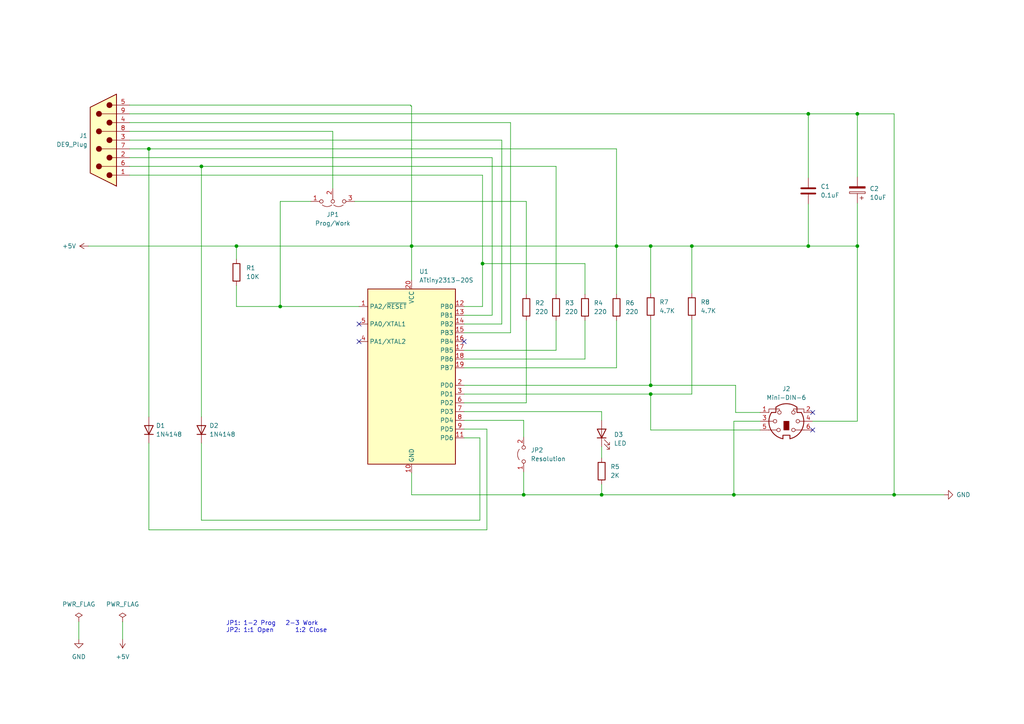
<source format=kicad_sch>
(kicad_sch (version 20230121) (generator eeschema)
  (paper "A4")
  (title_block (title "MSX Mouse PS2 Adapter") (date "2024-01-14") (company "Blue Manufatura e Comercio de Eletronicos Ltda") (comment 3 "Created by Cristiano Goncalves") (comment 4 "Based on Mouse Controller for MSX by Caro"))
  (lib_symbols
    (symbol "Connector:DE9_Plug" (pin_names (offset 1.016) hide)
      (property "Reference" "J" (at 0 13.97 0))
      (property "Value" "DE9_Plug" (at 0 -14.605 0))
      (symbol "DE9_Plug_0_1"
        (circle (center -1.778 -10.16) (radius 0.762) (fill (type outline)))
        (circle (center -1.778 -5.08) (radius 0.762) (fill (type outline)))
        (circle (center -1.778 0) (radius 0.762) (fill (type outline)))
        (circle (center -1.778 5.08) (radius 0.762) (fill (type outline)))
        (circle (center -1.778 10.16) (radius 0.762) (fill (type outline)))
        (polyline (pts (xy -3.81 -10.16) (xy -2.54 -10.16)))
        (polyline (pts (xy -3.81 -7.62) (xy 0.508 -7.62)))
        (polyline (pts (xy -3.81 -5.08) (xy -2.54 -5.08)))
        (polyline (pts (xy -3.81 -2.54) (xy 0.508 -2.54)))
        (polyline (pts (xy -3.81 0) (xy -2.54 0)))
        (polyline (pts (xy -3.81 2.54) (xy 0.508 2.54)))
        (polyline (pts (xy -3.81 5.08) (xy -2.54 5.08)))
        (polyline (pts (xy -3.81 7.62) (xy 0.508 7.62)))
        (polyline (pts (xy -3.81 10.16) (xy -2.54 10.16)))
        (polyline (pts (xy -3.81 -13.335) (xy -3.81 13.335) (xy 3.81 9.525) (xy 3.81 -9.525) (xy -3.81 -13.335)) (stroke (width 0.254)) (fill (type background)))
        (circle (center 1.27 -7.62) (radius 0.762) (fill (type outline)))
        (circle (center 1.27 -2.54) (radius 0.762) (fill (type outline)))
        (circle (center 1.27 2.54) (radius 0.762) (fill (type outline)))
        (circle (center 1.27 7.62) (radius 0.762) (fill (type outline)))
      )
      (symbol "DE9_Plug_1_1"
        (pin passive line (at -7.62 -10.16 0) (length 3.81) (name "1") (number "1"))
        (pin passive line (at -7.62 -5.08 0) (length 3.81) (name "2") (number "2"))
        (pin passive line (at -7.62 0 0) (length 3.81) (name "3") (number "3"))
        (pin passive line (at -7.62 5.08 0) (length 3.81) (name "4") (number "4"))
        (pin passive line (at -7.62 10.16 0) (length 3.81) (name "5") (number "5"))
        (pin passive line (at -7.62 -7.62 0) (length 3.81) (name "6") (number "6"))
        (pin passive line (at -7.62 -2.54 0) (length 3.81) (name "7") (number "7"))
        (pin passive line (at -7.62 2.54 0) (length 3.81) (name "8") (number "8"))
        (pin passive line (at -7.62 7.62 0) (length 3.81) (name "9") (number "9"))
      )
    )
    (symbol "Connector:Mini-DIN-6" (pin_names (offset 1.016))
      (property "Reference" "J" (at 0 6.35 0))
      (property "Value" "Mini-DIN-6" (at 0 -6.35 0))
      (symbol "Mini-DIN-6_0_1"
        (circle (center -3.302 0) (radius 0.508))
        (arc (start -3.048 -4.064) (mid 0 -5.08) (end 3.048 -4.064) (stroke (width 0.254)))
        (circle (center -2.032 -2.54) (radius 0.508))
        (circle (center -2.032 2.54) (radius 0.508))
        (arc (start -1.016 5.08) (mid -4.6228 2.1214) (end -4.318 -2.54) (stroke (width 0.254)))
        (rectangle (start -0.762 2.54) (end 0.762 0) (fill (type outline)))
        (polyline (pts (xy -3.81 0) (xy -5.08 0)))
        (polyline (pts (xy -2.54 2.54) (xy -5.08 2.54)))
        (polyline (pts (xy 2.794 2.54) (xy 5.08 2.54)))
        (polyline (pts (xy 5.08 0) (xy 3.81 0)))
        (polyline (pts (xy -4.318 -2.54) (xy -3.048 -2.54) (xy -3.048 -4.064)) (stroke (width 0.254)))
        (polyline (pts (xy 4.318 -2.54) (xy 3.048 -2.54) (xy 3.048 -4.064)) (stroke (width 0.254)))
        (polyline (pts (xy -2.032 -3.048) (xy -2.032 -3.556) (xy -5.08 -3.556) (xy -5.08 -2.54)))
        (polyline (pts (xy -1.016 5.08) (xy -1.016 4.064) (xy 1.016 4.064) (xy 1.016 5.08)) (stroke (width 0.254)))
        (polyline (pts (xy 2.032 -3.048) (xy 2.032 -3.556) (xy 5.08 -3.556) (xy 5.08 -2.54)))
        (circle (center 2.032 -2.54) (radius 0.508))
        (circle (center 2.286 2.54) (radius 0.508))
        (circle (center 3.302 0) (radius 0.508))
        (arc (start 4.318 -2.54) (mid 4.6661 2.1322) (end 1.016 5.08) (stroke (width 0.254)))
      )
      (symbol "Mini-DIN-6_1_1"
        (pin passive line (at 7.62 -2.54 180) (length 2.54) (name "~") (number "1"))
        (pin passive line (at -7.62 -2.54 0) (length 2.54) (name "~") (number "2"))
        (pin passive line (at 7.62 0 180) (length 2.54) (name "~") (number "3"))
        (pin passive line (at -7.62 0 0) (length 2.54) (name "~") (number "4"))
        (pin passive line (at 7.62 2.54 180) (length 2.54) (name "~") (number "5"))
        (pin passive line (at -7.62 2.54 0) (length 2.54) (name "~") (number "6"))
      )
    )
    (symbol "Device:C" (pin_numbers hide) (pin_names (offset 0.254))
      (property "Reference" "C" (at 0.635 2.54 0))
      (property "Value" "C" (at 0.635 -2.54 0))
      (symbol "C_0_1"
        (polyline (pts (xy -2.032 -0.762) (xy 2.032 -0.762)) (stroke (width 0.508)))
        (polyline (pts (xy -2.032 0.762) (xy 2.032 0.762)) (stroke (width 0.508)))
      )
      (symbol "C_1_1"
        (pin passive line (at 0 3.81 270) (length 2.794) (name "~") (number "1"))
        (pin passive line (at 0 -3.81 90) (length 2.794) (name "~") (number "2"))
      )
    )
    (symbol "Device:C_Polarized" (pin_numbers hide) (pin_names (offset 0.254))
      (property "Reference" "C" (at 0.635 2.54 0))
      (property "Value" "C_Polarized" (at 0.635 -2.54 0))
      (symbol "C_Polarized_0_1"
        (rectangle (start -2.286 0.508) (end 2.286 1.016))
        (polyline (pts (xy -1.778 2.286) (xy -0.762 2.286)))
        (polyline (pts (xy -1.27 2.794) (xy -1.27 1.778)))
        (rectangle (start 2.286 -0.508) (end -2.286 -1.016) (fill (type outline)))
      )
      (symbol "C_Polarized_1_1"
        (pin passive line (at 0 3.81 270) (length 2.794) (name "~") (number "1"))
        (pin passive line (at 0 -3.81 90) (length 2.794) (name "~") (number "2"))
      )
    )
    (symbol "Device:D" (pin_numbers hide) (pin_names (offset 1.016) hide)
      (property "Reference" "D" (at 0 2.54 0))
      (property "Value" "D" (at 0 -2.54 0))
      (symbol "D_0_1"
        (polyline (pts (xy -1.27 1.27) (xy -1.27 -1.27)) (stroke (width 0.254)))
        (polyline (pts (xy 1.27 0) (xy -1.27 0)))
        (polyline (pts (xy 1.27 1.27) (xy 1.27 -1.27) (xy -1.27 0) (xy 1.27 1.27)) (stroke (width 0.254)))
      )
      (symbol "D_1_1"
        (pin passive line (at -3.81 0 0) (length 2.54) (name "K") (number "1"))
        (pin passive line (at 3.81 0 180) (length 2.54) (name "A") (number "2"))
      )
    )
    (symbol "Device:LED" (pin_numbers hide) (pin_names (offset 1.016) hide)
      (property "Reference" "D" (at 0 2.54 0))
      (property "Value" "LED" (at 0 -2.54 0))
      (symbol "LED_0_1"
        (polyline (pts (xy -1.27 -1.27) (xy -1.27 1.27)) (stroke (width 0.254)))
        (polyline (pts (xy -1.27 0) (xy 1.27 0)))
        (polyline (pts (xy 1.27 -1.27) (xy 1.27 1.27) (xy -1.27 0) (xy 1.27 -1.27)) (stroke (width 0.254)))
        (polyline (pts (xy -3.048 -0.762) (xy -4.572 -2.286) (xy -3.81 -2.286) (xy -4.572 -2.286) (xy -4.572 -1.524)))
        (polyline (pts (xy -1.778 -0.762) (xy -3.302 -2.286) (xy -2.54 -2.286) (xy -3.302 -2.286) (xy -3.302 -1.524)))
      )
      (symbol "LED_1_1"
        (pin passive line (at -3.81 0 0) (length 2.54) (name "K") (number "1"))
        (pin passive line (at 3.81 0 180) (length 2.54) (name "A") (number "2"))
      )
    )
    (symbol "Device:R" (pin_numbers hide) (pin_names (offset 0))
      (property "Reference" "R" (at 2.032 0 90))
      (property "Value" "R" (at 0 0 90))
      (symbol "R_0_1"
        (rectangle (start -1.016 -2.54) (end 1.016 2.54) (stroke (width 0.254)))
      )
      (symbol "R_1_1"
        (pin passive line (at 0 3.81 270) (length 1.27) (name "~") (number "1"))
        (pin passive line (at 0 -3.81 90) (length 1.27) (name "~") (number "2"))
      )
    )
    (symbol "Jumper:Jumper_2_Open" (pin_names (offset 0) hide)
      (property "Reference" "JP" (at 0 2.794 0))
      (property "Value" "Jumper_2_Open" (at 0 -2.286 0))
      (symbol "Jumper_2_Open_0_0"
        (circle (center -2.032 0) (radius 0.508))
        (circle (center 2.032 0) (radius 0.508))
      )
      (symbol "Jumper_2_Open_0_1"
        (arc (start 1.524 1.27) (mid 0 1.778) (end -1.524 1.27))
      )
      (symbol "Jumper_2_Open_1_1"
        (pin passive line (at -5.08 0 0) (length 2.54) (name "A") (number "1"))
        (pin passive line (at 5.08 0 180) (length 2.54) (name "B") (number "2"))
      )
    )
    (symbol "Jumper:Jumper_3_Open" (pin_names (offset 0) hide)
      (property "Reference" "JP" (at -2.54 -2.54 0))
      (property "Value" "Jumper_3_Open" (at 0 2.794 0))
      (symbol "Jumper_3_Open_0_0"
        (circle (center -3.302 0) (radius 0.508))
        (circle (center 0 0) (radius 0.508))
        (circle (center 3.302 0) (radius 0.508))
      )
      (symbol "Jumper_3_Open_0_1"
        (arc (start -0.254 1.016) (mid -1.651 1.4992) (end -3.048 1.016))
        (polyline (pts (xy 0 -0.508) (xy 0 -1.27)))
        (arc (start 3.048 1.016) (mid 1.651 1.4992) (end 0.254 1.016))
      )
      (symbol "Jumper_3_Open_1_1"
        (pin passive line (at -6.35 0 0) (length 2.54) (name "A") (number "1"))
        (pin passive line (at 0 -3.81 90) (length 2.54) (name "C") (number "2"))
        (pin passive line (at 6.35 0 180) (length 2.54) (name "B") (number "3"))
      )
    )
    (symbol "MCU_Microchip_ATtiny:ATtiny2313-20S"
      (property "Reference" "U" (at -12.7 26.67 0))
      (property "Value" "ATtiny2313-20S" (at 2.54 -26.67 0))
      (symbol "ATtiny2313-20S_0_1"
        (rectangle (start -12.7 -25.4) (end 12.7 25.4) (stroke (width 0.254)) (fill (type background)))
      )
      (symbol "ATtiny2313-20S_1_1"
        (pin bidirectional line (at -15.24 20.32 0) (length 2.54) (name "PA2/~{RESET}") (number "1"))
        (pin power_in line (at 0 -27.94 90) (length 2.54) (name "GND") (number "10"))
        (pin bidirectional line (at 15.24 -17.78 180) (length 2.54) (name "PD6") (number "11"))
        (pin bidirectional line (at 15.24 20.32 180) (length 2.54) (name "PB0") (number "12"))
        (pin bidirectional line (at 15.24 17.78 180) (length 2.54) (name "PB1") (number "13"))
        (pin bidirectional line (at 15.24 15.24 180) (length 2.54) (name "PB2") (number "14"))
        (pin bidirectional line (at 15.24 12.7 180) (length 2.54) (name "PB3") (number "15"))
        (pin bidirectional line (at 15.24 10.16 180) (length 2.54) (name "PB4") (number "16"))
        (pin bidirectional line (at 15.24 7.62 180) (length 2.54) (name "PB5") (number "17"))
        (pin bidirectional line (at 15.24 5.08 180) (length 2.54) (name "PB6") (number "18"))
        (pin bidirectional line (at 15.24 2.54 180) (length 2.54) (name "PB7") (number "19"))
        (pin bidirectional line (at 15.24 -2.54 180) (length 2.54) (name "PD0") (number "2"))
        (pin power_in line (at 0 27.94 270) (length 2.54) (name "VCC") (number "20"))
        (pin bidirectional line (at 15.24 -5.08 180) (length 2.54) (name "PD1") (number "3"))
        (pin bidirectional line (at -15.24 10.16 0) (length 2.54) (name "PA1/XTAL2") (number "4"))
        (pin bidirectional line (at -15.24 15.24 0) (length 2.54) (name "PA0/XTAL1") (number "5"))
        (pin bidirectional line (at 15.24 -7.62 180) (length 2.54) (name "PD2") (number "6"))
        (pin bidirectional line (at 15.24 -10.16 180) (length 2.54) (name "PD3") (number "7"))
        (pin bidirectional line (at 15.24 -12.7 180) (length 2.54) (name "PD4") (number "8"))
        (pin bidirectional line (at 15.24 -15.24 180) (length 2.54) (name "PD5") (number "9"))
      )
    )
    (symbol "power:+5V" (power) (pin_names (offset 0))
      (property "Value" "+5V" (at 0 3.556 0))
      (symbol "+5V_0_1"
        (polyline (pts (xy -0.762 1.27) (xy 0 2.54)))
        (polyline (pts (xy 0 0) (xy 0 2.54)))
        (polyline (pts (xy 0 2.54) (xy 0.762 1.27)))
      )
      (symbol "+5V_1_1"
        (pin power_in line (at 0 0 90) (length 0) hide (name "+5V") (number "1"))
      )
    )
    (symbol "power:GND" (power) (pin_names (offset 0))
      (property "Value" "GND" (at 0 -3.81 0))
      (symbol "GND_0_1"
        (polyline (pts (xy 0 0) (xy 0 -1.27) (xy 1.27 -1.27) (xy 0 -2.54) (xy -1.27 -1.27) (xy 0 -1.27)))
      )
      (symbol "GND_1_1"
        (pin power_in line (at 0 0 270) (length 0) hide (name "GND") (number "1"))
      )
    )
    (symbol "power:PWR_FLAG" (power) (pin_numbers hide) (pin_names (offset 0) hide)
      (property "Value" "PWR_FLAG" (at 0 3.81 0))
      (symbol "PWR_FLAG_0_0"
        (pin power_out line (at 0 0 90) (length 0) (name "pwr") (number "1"))
      )
      (symbol "PWR_FLAG_0_1"
        (polyline (pts (xy 0 0) (xy 0 1.27) (xy -1.016 1.905) (xy 0 2.54) (xy 1.016 1.905) (xy 0 1.27)))
      )
    )
  )
  (junction (at 259.334 143.51))
  (junction (at 139.954 76.454))
  (junction (at 151.892 143.51))
  (junction (at 234.442 71.374))
  (junction (at 188.722 111.76))
  (junction (at 188.722 71.374))
  (junction (at 200.66 71.374))
  (junction (at 43.18 43.18))
  (junction (at 212.852 143.51))
  (junction (at 81.28 88.9))
  (junction (at 248.666 71.374))
  (junction (at 178.816 71.374))
  (junction (at 248.666 33.02))
  (junction (at 174.498 143.51))
  (junction (at 58.42 48.26))
  (junction (at 68.58 71.374))
  (junction (at 234.442 33.02))
  (junction (at 119.38 71.374))
  (junction (at 188.722 114.3))
  (no_connect (at 104.14 93.98))
  (no_connect (at 134.62 99.06))
  (no_connect (at 235.712 119.634))
  (no_connect (at 235.712 124.714))
  (no_connect (at 104.14 99.06))
  (wire (pts (xy 169.672 85.344) (xy 169.672 76.454)))
  (wire (pts (xy 200.66 92.71) (xy 200.66 114.3)))
  (wire (pts (xy 151.892 143.51) (xy 174.498 143.51)))
  (wire (pts (xy 248.666 33.02) (xy 248.666 51.308)))
  (wire (pts (xy 43.18 43.18) (xy 43.18 120.904)))
  (wire (pts (xy 37.592 40.64) (xy 145.542 40.64)))
  (wire (pts (xy 58.42 48.26) (xy 161.29 48.26)))
  (wire (pts (xy 169.672 76.454) (xy 139.954 76.454)))
  (wire (pts (xy 43.18 153.67) (xy 141.224 153.67)))
  (wire (pts (xy 58.42 48.26) (xy 58.42 120.904)))
  (wire (pts (xy 37.592 38.1) (xy 96.52 38.1)))
  (wire (pts (xy 259.334 33.02) (xy 259.334 143.51)))
  (wire (pts (xy 37.592 33.02) (xy 234.442 33.02)))
  (wire (pts (xy 43.18 43.18) (xy 178.816 43.18)))
  (wire (pts (xy 119.38 71.374) (xy 178.816 71.374)))
  (wire (pts (xy 119.38 30.734) (xy 119.38 71.374)))
  (wire (pts (xy 81.28 58.42) (xy 81.28 88.9)))
  (wire (pts (xy 104.14 88.9) (xy 81.28 88.9)))
  (wire (pts (xy 134.62 101.6) (xy 161.29 101.6)))
  (wire (pts (xy 234.442 33.02) (xy 248.666 33.02)))
  (wire (pts (xy 151.892 136.906) (xy 151.892 143.51)))
  (wire (pts (xy 139.192 127) (xy 134.62 127)))
  (wire (pts (xy 37.592 35.56) (xy 148.082 35.56)))
  (wire (pts (xy 200.66 71.374) (xy 200.66 85.09)))
  (wire (pts (xy 68.58 71.374) (xy 119.38 71.374)))
  (wire (pts (xy 119.126 30.734) (xy 119.126 30.48)))
  (wire (pts (xy 174.498 143.51) (xy 212.852 143.51)))
  (wire (pts (xy 134.62 104.14) (xy 169.672 104.14)))
  (wire (pts (xy 90.17 58.42) (xy 81.28 58.42)))
  (wire (pts (xy 174.498 119.38) (xy 174.498 121.92)))
  (wire (pts (xy 68.58 71.374) (xy 68.58 75.184)))
  (wire (pts (xy 68.58 82.804) (xy 68.58 88.9)))
  (wire (pts (xy 139.192 150.876) (xy 139.192 127)))
  (wire (pts (xy 188.722 71.374) (xy 188.722 85.09)))
  (wire (pts (xy 25.654 71.374) (xy 68.58 71.374)))
  (wire (pts (xy 178.816 43.18) (xy 178.816 71.374)))
  (wire (pts (xy 200.66 71.374) (xy 234.442 71.374)))
  (wire (pts (xy 141.224 124.46) (xy 134.62 124.46)))
  (wire (pts (xy 37.592 45.72) (xy 142.748 45.72)))
  (wire (pts (xy 37.592 43.18) (xy 43.18 43.18)))
  (wire (pts (xy 234.442 71.374) (xy 248.666 71.374)))
  (wire (pts (xy 188.722 111.76) (xy 213.36 111.76)))
  (wire (pts (xy 145.542 93.98) (xy 134.62 93.98)))
  (wire (pts (xy 119.38 143.51) (xy 151.892 143.51)))
  (wire (pts (xy 188.722 71.374) (xy 200.66 71.374)))
  (wire (pts (xy 152.654 58.42) (xy 152.654 85.344)))
  (wire (pts (xy 213.36 119.634) (xy 220.472 119.634)))
  (wire (pts (xy 141.224 153.67) (xy 141.224 124.46)))
  (wire (pts (xy 134.62 116.84) (xy 152.654 116.84)))
  (wire (pts (xy 43.18 128.524) (xy 43.18 153.67)))
  (wire (pts (xy 134.62 114.3) (xy 188.722 114.3)))
  (wire (pts (xy 119.38 71.374) (xy 119.38 81.28)))
  (wire (pts (xy 212.852 122.174) (xy 220.472 122.174)))
  (wire (pts (xy 134.62 121.92) (xy 151.892 121.92)))
  (wire (pts (xy 248.666 71.374) (xy 248.666 122.174)))
  (wire (pts (xy 139.954 76.454) (xy 139.954 88.9)))
  (wire (pts (xy 174.498 129.54) (xy 174.498 132.842)))
  (wire (pts (xy 235.712 122.174) (xy 248.666 122.174)))
  (wire (pts (xy 148.082 96.52) (xy 134.62 96.52)))
  (wire (pts (xy 148.082 35.56) (xy 148.082 96.52)))
  (wire (pts (xy 174.498 140.462) (xy 174.498 143.51)))
  (wire (pts (xy 248.666 33.02) (xy 259.334 33.02)))
  (wire (pts (xy 213.36 111.76) (xy 213.36 119.634)))
  (wire (pts (xy 188.722 114.3) (xy 188.722 124.714)))
  (wire (pts (xy 273.812 143.51) (xy 259.334 143.51)))
  (wire (pts (xy 119.126 30.48) (xy 37.592 30.48)))
  (wire (pts (xy 22.86 180.34) (xy 22.86 185.42)))
  (wire (pts (xy 58.42 128.524) (xy 58.42 150.876)))
  (wire (pts (xy 178.816 71.374) (xy 178.816 85.344)))
  (wire (pts (xy 35.56 180.34) (xy 35.56 185.42)))
  (wire (pts (xy 37.592 50.8) (xy 139.954 50.8)))
  (wire (pts (xy 145.542 40.64) (xy 145.542 93.98)))
  (wire (pts (xy 248.666 58.928) (xy 248.666 71.374)))
  (wire (pts (xy 178.816 106.68) (xy 178.816 92.964)))
  (wire (pts (xy 96.52 38.1) (xy 96.52 54.61)))
  (wire (pts (xy 161.29 92.964) (xy 161.29 101.6)))
  (wire (pts (xy 37.592 48.26) (xy 58.42 48.26)))
  (wire (pts (xy 212.852 144.018) (xy 212.852 143.51)))
  (wire (pts (xy 188.722 92.71) (xy 188.722 111.76)))
  (wire (pts (xy 134.62 106.68) (xy 178.816 106.68)))
  (wire (pts (xy 259.334 143.51) (xy 212.852 143.51)))
  (wire (pts (xy 134.62 88.9) (xy 139.954 88.9)))
  (wire (pts (xy 212.852 122.174) (xy 212.852 143.51)))
  (wire (pts (xy 188.722 124.714) (xy 220.472 124.714)))
  (wire (pts (xy 152.654 116.84) (xy 152.654 92.964)))
  (wire (pts (xy 119.126 30.734) (xy 119.38 30.734)))
  (wire (pts (xy 234.442 59.182) (xy 234.442 71.374)))
  (wire (pts (xy 161.29 48.26) (xy 161.29 85.344)))
  (wire (pts (xy 58.42 150.876) (xy 139.192 150.876)))
  (wire (pts (xy 134.62 119.38) (xy 174.498 119.38)))
  (wire (pts (xy 151.892 121.92) (xy 151.892 126.746)))
  (wire (pts (xy 102.87 58.42) (xy 152.654 58.42)))
  (wire (pts (xy 178.816 71.374) (xy 188.722 71.374)))
  (wire (pts (xy 134.62 111.76) (xy 188.722 111.76)))
  (wire (pts (xy 81.28 88.9) (xy 68.58 88.9)))
  (wire (pts (xy 234.442 33.02) (xy 234.442 51.562)))
  (wire (pts (xy 119.38 137.16) (xy 119.38 143.51)))
  (wire (pts (xy 142.748 91.44) (xy 134.62 91.44)))
  (wire (pts (xy 169.672 104.14) (xy 169.672 92.964)))
  (wire (pts (xy 142.748 45.72) (xy 142.748 91.44)))
  (wire (pts (xy 200.66 114.3) (xy 188.722 114.3)))
  (wire (pts (xy 139.954 50.8) (xy 139.954 76.454)))
  (text "JP1: 1-2 Prog   2-3 Work\nJP2: 1:1 Open	1:2 Close" (at 65.532 183.642 0) (effects (font (size 1.27 1.27)) (justify left bottom)))
  (symbol (lib_id "Device:C_Polarized") (at 248.666 55.118 180) (unit 1)
    (property "Reference" "C2" (at 252.222 54.737 0) (effects (justify right)))
    (property "Value" "10uF" (at 252.222 57.277 0) (effects (justify right)))
    (property "Footprint" "Capacitor_SMD:CP_Elec_5x4.5" (effects hide))
  )
  (symbol (lib_id "Device:D") (at 43.18 124.714 90) (unit 1)
    (property "Reference" "D1" (at 45.212 123.444 90) (effects (justify right)))
    (property "Value" "1N4148" (at 45.212 125.984 90) (effects (justify right)))
    (property "Footprint" "Diode_THT:D_A-405_P10.16mm_Horizontal" (effects hide))
    (property "Sim.Device" "D" (effects hide))
    (property "Sim.Pins" "1=K 2=A" (effects hide))
  )
  (symbol (lib_id "power:GND") (at 273.812 143.51 90) (unit 1)
    (property "Reference" "#PWR02" (effects hide))
    (property "Value" "GND" (at 277.368 143.51 90) (effects (justify right)))
  )
  (symbol (lib_id "power:+5V") (at 25.654 71.374 90) (unit 1)
    (property "Reference" "#PWR01" (effects hide))
    (property "Value" "+5V" (at 22.098 71.374 90) (effects (justify left)))
  )
  (symbol (lib_id "power:GND") (at 22.86 185.42 0) (unit 1)
    (property "Reference" "#PWR03" (effects hide))
    (property "Value" "GND" (at 22.86 190.5 0))
  )
  (symbol (lib_id "Device:LED") (at 174.498 125.73 90) (unit 1)
    (property "Reference" "D3" (at 178.054 126.0475 90) (effects (justify right)))
    (property "Value" "LED" (at 178.054 128.5875 90) (effects (justify right)))
    (property "Footprint" "LED_SMD:LED_0805_2012Metric_Pad1.15x1.40mm_HandSolder" (effects hide))
  )
  (symbol (lib_id "MCU_Microchip_ATtiny:ATtiny2313-20S") (at 119.38 109.22 0) (unit 1)
    (property "Reference" "U1" (at 121.5741 78.74 0) (effects (justify left)))
    (property "Value" "ATtiny2313-20S" (at 121.5741 81.28 0) (effects (justify left)))
    (property "Footprint" "Package_SO:SOIC-20W_7.5x12.8mm_P1.27mm" (effects hide))
    (property "Datasheet" "http://ww1.microchip.com/downloads/en/DeviceDoc/Atmel-2543-AVR-ATtiny2313_Datasheet.pdf" (effects hide))
  )
  (symbol (lib_id "Device:R") (at 68.58 78.994 180) (unit 1)
    (property "Reference" "R1" (at 71.374 77.724 0) (effects (justify right)))
    (property "Value" "10K" (at 71.374 80.264 0) (effects (justify right)))
    (property "Footprint" "Resistor_SMD:R_0805_2012Metric_Pad1.20x1.40mm_HandSolder" (effects hide))
  )
  (symbol (lib_id "Device:C") (at 234.442 55.372 0) (unit 1)
    (property "Reference" "C1" (at 237.998 54.102 0) (effects (justify left)))
    (property "Value" "0.1uF" (at 237.998 56.642 0) (effects (justify left)))
    (property "Footprint" "Capacitor_SMD:C_0805_2012Metric_Pad1.18x1.45mm_HandSolder" (effects hide))
  )
  (symbol (lib_id "Jumper:Jumper_2_Open") (at 151.892 131.826 90) (unit 1)
    (property "Reference" "JP2" (at 153.924 130.556 90) (effects (justify right)))
    (property "Value" "Resolution" (at 153.924 133.096 90) (effects (justify right)))
    (property "Footprint" "Connector_PinHeader_2.54mm:PinHeader_1x02_P2.54mm_Vertical" (effects hide))
  )
  (symbol (lib_id "Device:R") (at 178.816 89.154 180) (unit 1)
    (property "Reference" "R6" (at 181.356 87.884 0) (effects (justify right)))
    (property "Value" "220" (at 181.356 90.424 0) (effects (justify right)))
    (property "Footprint" "Resistor_SMD:R_0805_2012Metric_Pad1.20x1.40mm_HandSolder" (effects hide))
  )
  (symbol (lib_id "Device:R") (at 161.29 89.154 180) (unit 1)
    (property "Reference" "R3" (at 163.83 87.884 0) (effects (justify right)))
    (property "Value" "220" (at 163.83 90.424 0) (effects (justify right)))
    (property "Footprint" "Resistor_SMD:R_0805_2012Metric_Pad1.20x1.40mm_HandSolder" (effects hide))
  )
  (symbol (lib_id "Device:R") (at 200.66 88.9 0) (unit 1)
    (property "Reference" "R8" (at 203.2 87.63 0) (effects (justify left)))
    (property "Value" "4.7K" (at 203.2 90.17 0) (effects (justify left)))
    (property "Footprint" "Resistor_SMD:R_0805_2012Metric_Pad1.20x1.40mm_HandSolder" (effects hide))
  )
  (symbol (lib_id "power:+5V") (at 35.56 185.42 180) (unit 1)
    (property "Reference" "#PWR04" (effects hide))
    (property "Value" "+5V" (at 35.56 190.5 0))
  )
  (symbol (lib_id "power:PWR_FLAG") (at 35.56 180.34 0) (unit 1)
    (property "Reference" "#FLG02" (effects hide))
    (property "Value" "PWR_FLAG" (at 35.56 175.26 0))
  )
  (symbol (lib_id "power:PWR_FLAG") (at 22.86 180.34 0) (unit 1)
    (property "Reference" "#FLG01" (effects hide))
    (property "Value" "PWR_FLAG" (at 22.86 175.26 0))
  )
  (symbol (lib_id "Device:D") (at 58.42 124.714 90) (unit 1)
    (property "Reference" "D2" (at 60.706 123.444 90) (effects (justify right)))
    (property "Value" "1N4148" (at 60.706 125.984 90) (effects (justify right)))
    (property "Footprint" "Diode_THT:D_A-405_P10.16mm_Horizontal" (effects hide))
    (property "Sim.Device" "D" (effects hide))
    (property "Sim.Pins" "1=K 2=A" (effects hide))
  )
  (symbol (lib_id "Jumper:Jumper_3_Open") (at 96.52 58.42 0) (mirror x) (unit 1)
    (property "Reference" "JP1" (at 96.52 62.23 0))
    (property "Value" "Prog/Work" (at 96.52 64.77 0))
    (property "Footprint" "Connector_PinHeader_2.54mm:PinHeader_1x03_P2.54mm_Vertical" (effects hide))
  )
  (symbol (lib_id "Device:R") (at 188.722 88.9 0) (unit 1)
    (property "Reference" "R7" (at 191.262 87.63 0) (effects (justify left)))
    (property "Value" "4.7K" (at 191.262 90.17 0) (effects (justify left)))
    (property "Footprint" "Resistor_SMD:R_0805_2012Metric_Pad1.20x1.40mm_HandSolder" (effects hide))
  )
  (symbol (lib_id "Device:R") (at 169.672 89.154 180) (unit 1)
    (property "Reference" "R4" (at 172.212 87.884 0) (effects (justify right)))
    (property "Value" "220" (at 172.212 90.424 0) (effects (justify right)))
    (property "Footprint" "Resistor_SMD:R_0805_2012Metric_Pad1.20x1.40mm_HandSolder" (effects hide))
  )
  (symbol (lib_id "Connector:DE9_Plug") (at 29.972 40.64 0) (mirror y) (unit 1)
    (property "Reference" "J1" (at 25.4 39.37 0) (effects (justify left)))
    (property "Value" "DE9_Plug" (at 25.4 41.91 0) (effects (justify left)))
    (property "Footprint" "Connector_Dsub:DSUB-9_Female_Horizontal_P2.77x2.84mm_EdgePinOffset7.70mm_Housed_MountingHolesOffset9.12mm" (effects hide))
    (property "Datasheet" " ~" (effects hide))
  )
  (symbol (lib_id "Connector:Mini-DIN-6") (at 228.092 122.174 180) (unit 1)
    (property "Reference" "J2" (at 228.0742 112.776 0))
    (property "Value" "Mini-DIN-6" (at 228.0742 115.316 0))
    (property "Footprint" "libraries:TE_5749180-1" (effects hide))
    (property "Datasheet" "http://service.powerdynamics.com/ec/Catalog17/Section%2011.pdf" (effects hide))
  )
  (symbol (lib_id "Device:R") (at 174.498 136.652 180) (unit 1)
    (property "Reference" "R5" (at 177.038 135.382 0) (effects (justify right)))
    (property "Value" "2K" (at 177.038 137.922 0) (effects (justify right)))
    (property "Footprint" "Resistor_SMD:R_0805_2012Metric_Pad1.20x1.40mm_HandSolder" (effects hide))
  )
  (symbol (lib_id "Device:R") (at 152.654 89.154 180) (unit 1)
    (property "Reference" "R2" (at 155.194 87.884 0) (effects (justify right)))
    (property "Value" "220" (at 155.194 90.424 0) (effects (justify right)))
    (property "Footprint" "Resistor_SMD:R_0805_2012Metric_Pad1.20x1.40mm_HandSolder" (effects hide))
  )
)
</source>
